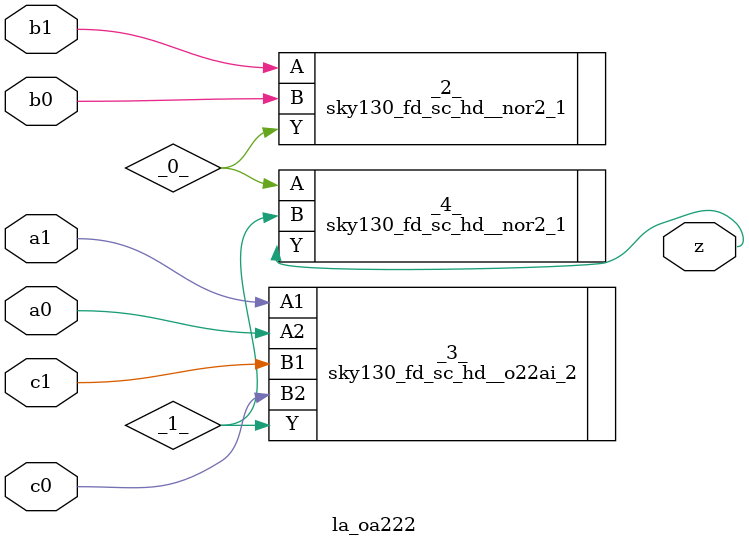
<source format=v>
/* Generated by Yosys 0.37 (git sha1 a5c7f69ed, clang 14.0.0-1ubuntu1.1 -fPIC -Os) */

module la_oa222(a0, a1, b0, b1, c0, c1, z);
  wire _0_;
  wire _1_;
  input a0;
  wire a0;
  input a1;
  wire a1;
  input b0;
  wire b0;
  input b1;
  wire b1;
  input c0;
  wire c0;
  input c1;
  wire c1;
  output z;
  wire z;
  sky130_fd_sc_hd__nor2_1 _2_ (
    .A(b1),
    .B(b0),
    .Y(_0_)
  );
  sky130_fd_sc_hd__o22ai_2 _3_ (
    .A1(a1),
    .A2(a0),
    .B1(c1),
    .B2(c0),
    .Y(_1_)
  );
  sky130_fd_sc_hd__nor2_1 _4_ (
    .A(_0_),
    .B(_1_),
    .Y(z)
  );
endmodule

</source>
